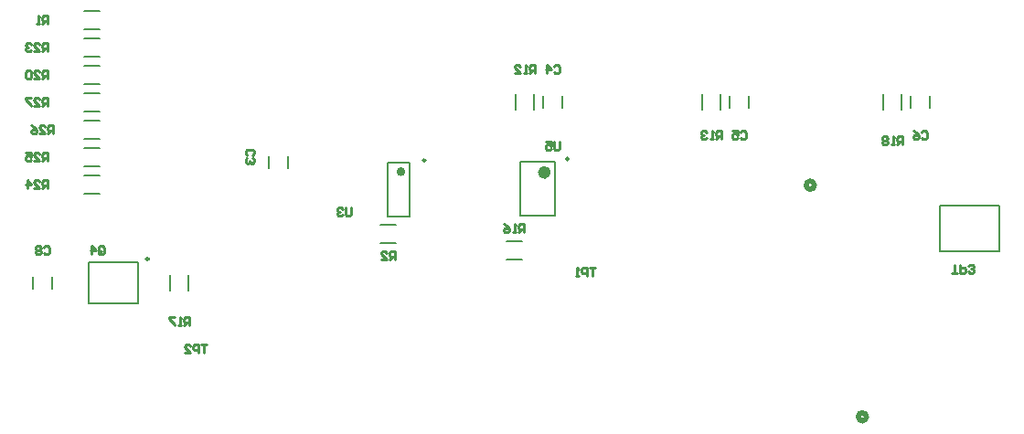
<source format=gbr>
G04*
G04 #@! TF.GenerationSoftware,Altium Limited,Altium Designer,24.1.2 (44)*
G04*
G04 Layer_Color=32896*
%FSLAX25Y25*%
%MOIN*%
G70*
G04*
G04 #@! TF.SameCoordinates,E3FF4B23-F407-445B-9987-FD0FFFC61A21*
G04*
G04*
G04 #@! TF.FilePolarity,Positive*
G04*
G01*
G75*
%ADD10C,0.00984*%
%ADD11C,0.02000*%
%ADD12C,0.00787*%
%ADD13C,0.01000*%
%ADD57C,0.02362*%
%ADD58C,0.01575*%
D10*
X312894Y316858D02*
G03*
X312894Y316858I-492J0D01*
G01*
X465949Y353346D02*
G03*
X465949Y353346I-492J0D01*
G01*
X413744Y352847D02*
G03*
X413744Y352847I-492J0D01*
G01*
D11*
X574500Y259250D02*
G03*
X574500Y259250I-1500J0D01*
G01*
X555500Y343750D02*
G03*
X555500Y343750I-1500J0D01*
G01*
D12*
X356457Y349835D02*
Y354165D01*
X363543Y349835D02*
Y354165D01*
X270457Y305835D02*
Y310165D01*
X277543Y305835D02*
Y310165D01*
X320654Y305146D02*
Y310854D01*
X327346Y305146D02*
Y310854D01*
X309055Y300520D02*
Y315480D01*
X290945Y300520D02*
X309055D01*
X290945D02*
Y315480D01*
X309055D01*
X443146Y323346D02*
X448854D01*
X443146Y316653D02*
X448854D01*
X601173Y319673D02*
Y336327D01*
Y336327D02*
X622827D01*
Y319673D02*
Y336327D01*
X601173Y319673D02*
X622827D01*
X590457Y371835D02*
Y376165D01*
X597543Y371835D02*
Y376165D01*
X524457Y371835D02*
Y376165D01*
X531543Y371835D02*
Y376165D01*
X456457Y371835D02*
Y376165D01*
X463543Y371835D02*
Y376165D01*
X580653Y371146D02*
Y376854D01*
X587347Y371146D02*
Y376854D01*
X514653Y371146D02*
Y376854D01*
X521347Y371146D02*
Y376854D01*
X446654Y371146D02*
Y376854D01*
X453346Y371146D02*
Y376854D01*
X461028Y332658D02*
Y352343D01*
X448429Y332658D02*
Y352343D01*
X461028D01*
X448429Y332658D02*
X461028D01*
X400063Y332157D02*
X407937D01*
X400063Y351842D02*
X407937D01*
X400063Y332157D02*
Y351842D01*
X407937Y332157D02*
Y351842D01*
X397146Y329346D02*
X402854D01*
X397146Y322654D02*
X402854D01*
X289146Y367347D02*
X294854D01*
X289146Y360653D02*
X294854D01*
X289146Y357347D02*
X294854D01*
X289146Y350654D02*
X294854D01*
X289146Y347346D02*
X294854D01*
X289146Y340653D02*
X294854D01*
X289146Y377346D02*
X294854D01*
X289146Y370654D02*
X294854D01*
X289146Y387347D02*
X294854D01*
X289146Y380654D02*
X294854D01*
X289146Y397346D02*
X294854D01*
X289146Y390653D02*
X294854D01*
X289146Y407346D02*
X294854D01*
X289146Y400654D02*
X294854D01*
D13*
X462499Y359500D02*
Y357000D01*
X461999Y356501D01*
X461000D01*
X460500Y357000D01*
Y359500D01*
X457501D02*
X459500D01*
Y358000D01*
X458500Y358500D01*
X458001D01*
X457501Y358000D01*
Y357000D01*
X458001Y356501D01*
X459000D01*
X459500Y357000D01*
X605649Y311651D02*
X607648D01*
X606648D01*
Y314651D01*
X608648D02*
Y311651D01*
X610147D01*
X610647Y312151D01*
Y313151D01*
X610147Y313651D01*
X608648D01*
X611647Y312151D02*
X612147Y311651D01*
X613146D01*
X613646Y312151D01*
Y312651D01*
X613146Y313151D01*
X612646D01*
X613146D01*
X613646Y313651D01*
Y314151D01*
X613146Y314651D01*
X612147D01*
X611647Y314151D01*
X333999Y285500D02*
X331999D01*
X332999D01*
Y282501D01*
X331000D02*
Y285500D01*
X329500D01*
X329000Y285000D01*
Y284000D01*
X329500Y283500D01*
X331000D01*
X326001Y282501D02*
X328001D01*
X326001Y284500D01*
Y285000D01*
X326501Y285500D01*
X327501D01*
X328001Y285000D01*
X275999Y372500D02*
Y375500D01*
X274499D01*
X273999Y375000D01*
Y374000D01*
X274499Y373500D01*
X275999D01*
X274999D02*
X273999Y372500D01*
X271000D02*
X273000D01*
X271000Y374500D01*
Y375000D01*
X271500Y375500D01*
X272500D01*
X273000Y375000D01*
X270001Y375500D02*
X268001D01*
Y375000D01*
X270001Y373000D01*
Y372500D01*
X277999Y362501D02*
Y365499D01*
X276499D01*
X275999Y365000D01*
Y364000D01*
X276499Y363500D01*
X277999D01*
X276999D02*
X275999Y362501D01*
X273000D02*
X275000D01*
X273000Y364500D01*
Y365000D01*
X273500Y365499D01*
X274500D01*
X275000Y365000D01*
X270001Y365499D02*
X271001Y365000D01*
X272001Y364000D01*
Y363000D01*
X271501Y362501D01*
X270501D01*
X270001Y363000D01*
Y363500D01*
X270501Y364000D01*
X272001D01*
X275999Y352501D02*
Y355500D01*
X274499D01*
X273999Y355000D01*
Y354000D01*
X274499Y353500D01*
X275999D01*
X274999D02*
X273999Y352501D01*
X271000D02*
X273000D01*
X271000Y354500D01*
Y355000D01*
X271500Y355500D01*
X272500D01*
X273000Y355000D01*
X268001Y355500D02*
X270001D01*
Y354000D01*
X269001Y354500D01*
X268501D01*
X268001Y354000D01*
Y353000D01*
X268501Y352501D01*
X269501D01*
X270001Y353000D01*
X275999Y342500D02*
Y345499D01*
X274499D01*
X273999Y345000D01*
Y344000D01*
X274499Y343500D01*
X275999D01*
X274999D02*
X273999Y342500D01*
X271000D02*
X273000D01*
X271000Y344500D01*
Y345000D01*
X271500Y345499D01*
X272500D01*
X273000Y345000D01*
X268501Y342500D02*
Y345499D01*
X270001Y344000D01*
X268001D01*
X275999Y392500D02*
Y395499D01*
X274499D01*
X273999Y395000D01*
Y394000D01*
X274499Y393500D01*
X275999D01*
X274999D02*
X273999Y392500D01*
X271000D02*
X273000D01*
X271000Y394500D01*
Y395000D01*
X271500Y395499D01*
X272500D01*
X273000Y395000D01*
X270001D02*
X269501Y395499D01*
X268501D01*
X268001Y395000D01*
Y394500D01*
X268501Y394000D01*
X269001D01*
X268501D01*
X268001Y393500D01*
Y393000D01*
X268501Y392500D01*
X269501D01*
X270001Y393000D01*
X386499Y335500D02*
Y333000D01*
X385999Y332501D01*
X385000D01*
X384500Y333000D01*
Y335500D01*
X383500Y335000D02*
X383000Y335500D01*
X382001D01*
X381501Y335000D01*
Y334500D01*
X382001Y334000D01*
X382501D01*
X382001D01*
X381501Y333500D01*
Y333000D01*
X382001Y332501D01*
X383000D01*
X383500Y333000D01*
X475499Y313499D02*
X473499D01*
X474499D01*
Y310501D01*
X472500D02*
Y313499D01*
X471000D01*
X470501Y313000D01*
Y312000D01*
X471000Y311500D01*
X472500D01*
X469501Y310501D02*
X468501D01*
X469001D01*
Y313499D01*
X469501Y313000D01*
X275999Y382501D02*
Y385500D01*
X274499D01*
X273999Y385000D01*
Y384000D01*
X274499Y383500D01*
X275999D01*
X274999D02*
X273999Y382501D01*
X271000D02*
X273000D01*
X271000Y384500D01*
Y385000D01*
X271500Y385500D01*
X272500D01*
X273000Y385000D01*
X270001D02*
X269501Y385500D01*
X268501D01*
X268001Y385000D01*
Y383000D01*
X268501Y382501D01*
X269501D01*
X270001Y383000D01*
Y385000D01*
X587749Y358501D02*
Y361500D01*
X586249D01*
X585749Y361000D01*
Y360000D01*
X586249Y359500D01*
X587749D01*
X586749D02*
X585749Y358501D01*
X584750D02*
X583750D01*
X584250D01*
Y361500D01*
X584750Y361000D01*
X582251D02*
X581751Y361500D01*
X580751D01*
X580251Y361000D01*
Y360500D01*
X580751Y360000D01*
X580251Y359500D01*
Y359000D01*
X580751Y358501D01*
X581751D01*
X582251Y359000D01*
Y359500D01*
X581751Y360000D01*
X582251Y360500D01*
Y361000D01*
X581751Y360000D02*
X580751D01*
X327749Y292500D02*
Y295499D01*
X326249D01*
X325749Y295000D01*
Y294000D01*
X326249Y293500D01*
X327749D01*
X326749D02*
X325749Y292500D01*
X324750D02*
X323750D01*
X324250D01*
Y295499D01*
X324750Y295000D01*
X322251Y295499D02*
X320251D01*
Y295000D01*
X322251Y293000D01*
Y292500D01*
X449749Y326501D02*
Y329500D01*
X448249D01*
X447749Y329000D01*
Y328000D01*
X448249Y327500D01*
X449749D01*
X448749D02*
X447749Y326501D01*
X446750D02*
X445750D01*
X446250D01*
Y329500D01*
X446750Y329000D01*
X442251Y329500D02*
X443251Y329000D01*
X444251Y328000D01*
Y327000D01*
X443751Y326501D01*
X442751D01*
X442251Y327000D01*
Y327500D01*
X442751Y328000D01*
X444251D01*
X521749Y360501D02*
Y363499D01*
X520249D01*
X519749Y363000D01*
Y362000D01*
X520249Y361500D01*
X521749D01*
X520749D02*
X519749Y360501D01*
X518750D02*
X517750D01*
X518250D01*
Y363499D01*
X518750Y363000D01*
X516251D02*
X515751Y363499D01*
X514751D01*
X514251Y363000D01*
Y362500D01*
X514751Y362000D01*
X515251D01*
X514751D01*
X514251Y361500D01*
Y361000D01*
X514751Y360501D01*
X515751D01*
X516251Y361000D01*
X453749Y384501D02*
Y387499D01*
X452249D01*
X451749Y387000D01*
Y386000D01*
X452249Y385500D01*
X453749D01*
X452749D02*
X451749Y384501D01*
X450750D02*
X449750D01*
X450250D01*
Y387499D01*
X450750Y387000D01*
X446251Y384501D02*
X448251D01*
X446251Y386500D01*
Y387000D01*
X446751Y387499D01*
X447751D01*
X448251Y387000D01*
X402499Y316500D02*
Y319499D01*
X401000D01*
X400500Y319000D01*
Y318000D01*
X401000Y317500D01*
X402499D01*
X401500D02*
X400500Y316500D01*
X397501D02*
X399500D01*
X397501Y318500D01*
Y319000D01*
X398001Y319499D01*
X399000D01*
X399500Y319000D01*
X275999Y402500D02*
Y405500D01*
X274500D01*
X274000Y405000D01*
Y404000D01*
X274500Y403500D01*
X275999D01*
X275000D02*
X274000Y402500D01*
X273000D02*
X272001D01*
X272500D01*
Y405500D01*
X273000Y405000D01*
X294500Y319000D02*
Y321000D01*
X295000Y321499D01*
X295999D01*
X296499Y321000D01*
Y319000D01*
X295999Y318500D01*
X295000D01*
X295499Y319500D02*
X294500Y318500D01*
X295000D02*
X294500Y319000D01*
X292001Y318500D02*
Y321499D01*
X293500Y320000D01*
X291501D01*
X274500Y321000D02*
X275000Y321499D01*
X275999D01*
X276499Y321000D01*
Y319000D01*
X275999Y318500D01*
X275000D01*
X274500Y319000D01*
X273500Y321000D02*
X273000Y321499D01*
X272001D01*
X271501Y321000D01*
Y320500D01*
X272001Y320000D01*
X271501Y319500D01*
Y319000D01*
X272001Y318500D01*
X273000D01*
X273500Y319000D01*
Y319500D01*
X273000Y320000D01*
X273500Y320500D01*
Y321000D01*
X273000Y320000D02*
X272001D01*
X594500Y363000D02*
X595000Y363499D01*
X595999D01*
X596499Y363000D01*
Y361000D01*
X595999Y360501D01*
X595000D01*
X594500Y361000D01*
X591501Y363499D02*
X592500Y363000D01*
X593500Y362000D01*
Y361000D01*
X593000Y360501D01*
X592001D01*
X591501Y361000D01*
Y361500D01*
X592001Y362000D01*
X593500D01*
X528500Y363000D02*
X529000Y363499D01*
X529999D01*
X530499Y363000D01*
Y361000D01*
X529999Y360501D01*
X529000D01*
X528500Y361000D01*
X525501Y363499D02*
X527500D01*
Y362000D01*
X526501Y362500D01*
X526001D01*
X525501Y362000D01*
Y361000D01*
X526001Y360501D01*
X527000D01*
X527500Y361000D01*
X460500Y387000D02*
X461000Y387499D01*
X461999D01*
X462499Y387000D01*
Y385000D01*
X461999Y384501D01*
X461000D01*
X460500Y385000D01*
X458001Y384501D02*
Y387499D01*
X459500Y386000D01*
X457501D01*
X348651Y354751D02*
X348151Y355251D01*
Y356251D01*
X348651Y356751D01*
X350651D01*
X351150Y356251D01*
Y355251D01*
X350651Y354751D01*
X348651Y353752D02*
X348151Y353252D01*
Y352252D01*
X348651Y351752D01*
X349151D01*
X349651Y352252D01*
Y352752D01*
Y352252D01*
X350151Y351752D01*
X350651D01*
X351150Y352252D01*
Y353252D01*
X350651Y353752D01*
D57*
X458272Y348406D02*
G03*
X458272Y348406I-1181J0D01*
G01*
D58*
X405575Y348693D02*
G03*
X405575Y348693I-787J0D01*
G01*
M02*

</source>
